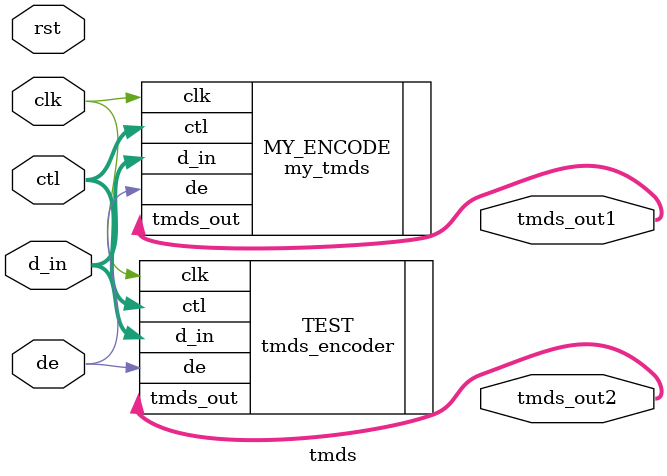
<source format=sv>
`timescale 1ns/1ns
module tmds(/*AUTOARG*/
   // Outputs
   tmds_out1, tmds_out2,
   // Inputs
   clk, rst, de, ctl, d_in
   );
   
   // Outputs
   output [9:0] tmds_out1, tmds_out2;
   // Input
   input	clk;
   input	rst;
   
   input	de;
   input [1:0]	ctl;
   input [7:0]	d_in;

   /*AUTOREG*/
   // Beginning of automatic regs (for this module's undeclared outputs)
   reg [9:0]		tmds_out1;
   reg [9:0]		tmds_out2;
   // End of automatics
   /*AUTOWIRE*/

   my_tmds MY_ENCODE (
		      // Outputs
		      .tmds_out		(tmds_out1[9:0]),
		      // Inputs
		      .clk		(clk),
		      .de		(de),
		      .ctl		(ctl[1:0]),
		      .d_in		(d_in[7:0]));
   tmds_encoder TEST (
		      // Outputs
		      .tmds_out		(tmds_out2[9:0]),
		      // Inputs
		      .clk		(clk),
		      .d_in		(d_in[7:0]),
		      .ctl		(ctl[1:0]),
		      .de		(de));
     

endmodule // tmds_top
// Local Variables: 
// Verilog-Library-Directories: (".")
// End:
       




</source>
